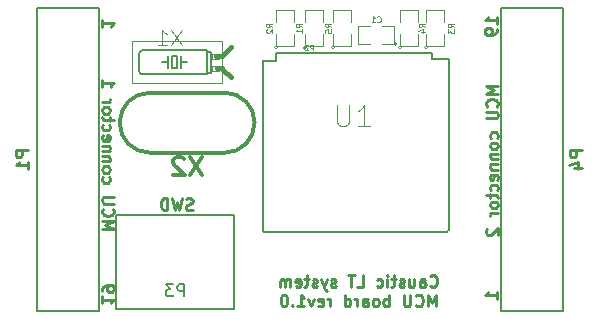
<source format=gbo>
G04 (created by PCBNEW (2013-may-18)-stable) date Ср 27 май 2015 10:34:21*
%MOIN*%
G04 Gerber Fmt 3.4, Leading zero omitted, Abs format*
%FSLAX34Y34*%
G01*
G70*
G90*
G04 APERTURE LIST*
%ADD10C,0.00590551*%
%ADD11C,0.00984252*%
%ADD12C,0.0039*%
%ADD13C,0.0125*%
%ADD14C,0.0026*%
%ADD15C,0.006*%
%ADD16C,0.016*%
%ADD17C,0.007*%
%ADD18C,0.0043*%
%ADD19C,0.01*%
%ADD20C,0.008*%
%ADD21C,0.0035*%
%ADD22C,0.012*%
%ADD23C,0.002*%
G04 APERTURE END LIST*
G54D10*
G54D11*
X40119Y-20832D02*
X39726Y-20832D01*
X40007Y-20963D01*
X39726Y-21094D01*
X40119Y-21094D01*
X40082Y-21507D02*
X40101Y-21488D01*
X40119Y-21432D01*
X40119Y-21394D01*
X40101Y-21338D01*
X40063Y-21301D01*
X40026Y-21282D01*
X39951Y-21263D01*
X39895Y-21263D01*
X39820Y-21282D01*
X39782Y-21301D01*
X39745Y-21338D01*
X39726Y-21394D01*
X39726Y-21432D01*
X39745Y-21488D01*
X39763Y-21507D01*
X39726Y-21676D02*
X40044Y-21676D01*
X40082Y-21694D01*
X40101Y-21713D01*
X40119Y-21751D01*
X40119Y-21826D01*
X40101Y-21863D01*
X40082Y-21882D01*
X40044Y-21901D01*
X39726Y-21901D01*
X40101Y-22557D02*
X40119Y-22519D01*
X40119Y-22444D01*
X40101Y-22407D01*
X40082Y-22388D01*
X40044Y-22369D01*
X39932Y-22369D01*
X39895Y-22388D01*
X39876Y-22407D01*
X39857Y-22444D01*
X39857Y-22519D01*
X39876Y-22557D01*
X40119Y-22782D02*
X40101Y-22744D01*
X40082Y-22725D01*
X40044Y-22707D01*
X39932Y-22707D01*
X39895Y-22725D01*
X39876Y-22744D01*
X39857Y-22782D01*
X39857Y-22838D01*
X39876Y-22875D01*
X39895Y-22894D01*
X39932Y-22913D01*
X40044Y-22913D01*
X40082Y-22894D01*
X40101Y-22875D01*
X40119Y-22838D01*
X40119Y-22782D01*
X39857Y-23082D02*
X40119Y-23082D01*
X39895Y-23082D02*
X39876Y-23100D01*
X39857Y-23138D01*
X39857Y-23194D01*
X39876Y-23232D01*
X39913Y-23250D01*
X40119Y-23250D01*
X39857Y-23438D02*
X40119Y-23438D01*
X39895Y-23438D02*
X39876Y-23457D01*
X39857Y-23494D01*
X39857Y-23550D01*
X39876Y-23588D01*
X39913Y-23607D01*
X40119Y-23607D01*
X40101Y-23944D02*
X40119Y-23907D01*
X40119Y-23832D01*
X40101Y-23794D01*
X40063Y-23775D01*
X39913Y-23775D01*
X39876Y-23794D01*
X39857Y-23832D01*
X39857Y-23907D01*
X39876Y-23944D01*
X39913Y-23963D01*
X39951Y-23963D01*
X39988Y-23775D01*
X40101Y-24300D02*
X40119Y-24263D01*
X40119Y-24188D01*
X40101Y-24150D01*
X40082Y-24131D01*
X40044Y-24113D01*
X39932Y-24113D01*
X39895Y-24131D01*
X39876Y-24150D01*
X39857Y-24188D01*
X39857Y-24263D01*
X39876Y-24300D01*
X39857Y-24413D02*
X39857Y-24563D01*
X39726Y-24469D02*
X40063Y-24469D01*
X40101Y-24488D01*
X40119Y-24525D01*
X40119Y-24563D01*
X40119Y-24750D02*
X40101Y-24713D01*
X40082Y-24694D01*
X40044Y-24675D01*
X39932Y-24675D01*
X39895Y-24694D01*
X39876Y-24713D01*
X39857Y-24750D01*
X39857Y-24806D01*
X39876Y-24844D01*
X39895Y-24863D01*
X39932Y-24881D01*
X40044Y-24881D01*
X40082Y-24863D01*
X40101Y-24844D01*
X40119Y-24806D01*
X40119Y-24750D01*
X40119Y-25050D02*
X39857Y-25050D01*
X39932Y-25050D02*
X39895Y-25069D01*
X39876Y-25088D01*
X39857Y-25125D01*
X39857Y-25163D01*
X39763Y-25575D02*
X39745Y-25594D01*
X39726Y-25631D01*
X39726Y-25725D01*
X39745Y-25763D01*
X39763Y-25781D01*
X39801Y-25800D01*
X39838Y-25800D01*
X39895Y-25781D01*
X40119Y-25556D01*
X40119Y-25800D01*
X26927Y-25584D02*
X27320Y-25584D01*
X27039Y-25453D01*
X27320Y-25322D01*
X26927Y-25322D01*
X26964Y-24910D02*
X26946Y-24928D01*
X26927Y-24985D01*
X26927Y-25022D01*
X26946Y-25078D01*
X26983Y-25116D01*
X27020Y-25134D01*
X27095Y-25153D01*
X27152Y-25153D01*
X27227Y-25134D01*
X27264Y-25116D01*
X27302Y-25078D01*
X27320Y-25022D01*
X27320Y-24985D01*
X27302Y-24928D01*
X27283Y-24910D01*
X27320Y-24741D02*
X27002Y-24741D01*
X26964Y-24722D01*
X26946Y-24703D01*
X26927Y-24666D01*
X26927Y-24591D01*
X26946Y-24553D01*
X26964Y-24535D01*
X27002Y-24516D01*
X27320Y-24516D01*
X26946Y-23860D02*
X26927Y-23897D01*
X26927Y-23972D01*
X26946Y-24010D01*
X26964Y-24028D01*
X27002Y-24047D01*
X27114Y-24047D01*
X27152Y-24028D01*
X27170Y-24010D01*
X27189Y-23972D01*
X27189Y-23897D01*
X27170Y-23860D01*
X26927Y-23635D02*
X26946Y-23672D01*
X26964Y-23691D01*
X27002Y-23710D01*
X27114Y-23710D01*
X27152Y-23691D01*
X27170Y-23672D01*
X27189Y-23635D01*
X27189Y-23578D01*
X27170Y-23541D01*
X27152Y-23522D01*
X27114Y-23503D01*
X27002Y-23503D01*
X26964Y-23522D01*
X26946Y-23541D01*
X26927Y-23578D01*
X26927Y-23635D01*
X27189Y-23335D02*
X26927Y-23335D01*
X27152Y-23335D02*
X27170Y-23316D01*
X27189Y-23278D01*
X27189Y-23222D01*
X27170Y-23185D01*
X27133Y-23166D01*
X26927Y-23166D01*
X27189Y-22979D02*
X26927Y-22979D01*
X27152Y-22979D02*
X27170Y-22960D01*
X27189Y-22922D01*
X27189Y-22866D01*
X27170Y-22829D01*
X27133Y-22810D01*
X26927Y-22810D01*
X26946Y-22472D02*
X26927Y-22510D01*
X26927Y-22585D01*
X26946Y-22622D01*
X26983Y-22641D01*
X27133Y-22641D01*
X27170Y-22622D01*
X27189Y-22585D01*
X27189Y-22510D01*
X27170Y-22472D01*
X27133Y-22454D01*
X27095Y-22454D01*
X27058Y-22641D01*
X26946Y-22116D02*
X26927Y-22154D01*
X26927Y-22229D01*
X26946Y-22266D01*
X26964Y-22285D01*
X27002Y-22304D01*
X27114Y-22304D01*
X27152Y-22285D01*
X27170Y-22266D01*
X27189Y-22229D01*
X27189Y-22154D01*
X27170Y-22116D01*
X27189Y-22004D02*
X27189Y-21854D01*
X27320Y-21947D02*
X26983Y-21947D01*
X26946Y-21929D01*
X26927Y-21891D01*
X26927Y-21854D01*
X26927Y-21666D02*
X26946Y-21704D01*
X26964Y-21722D01*
X27002Y-21741D01*
X27114Y-21741D01*
X27152Y-21722D01*
X27170Y-21704D01*
X27189Y-21666D01*
X27189Y-21610D01*
X27170Y-21572D01*
X27152Y-21554D01*
X27114Y-21535D01*
X27002Y-21535D01*
X26964Y-21554D01*
X26946Y-21572D01*
X26927Y-21610D01*
X26927Y-21666D01*
X26927Y-21366D02*
X27189Y-21366D01*
X27114Y-21366D02*
X27152Y-21347D01*
X27170Y-21329D01*
X27189Y-21291D01*
X27189Y-21254D01*
X26927Y-20616D02*
X26927Y-20841D01*
X26927Y-20729D02*
X27320Y-20729D01*
X27264Y-20766D01*
X27227Y-20804D01*
X27208Y-20841D01*
X40080Y-18743D02*
X40080Y-18518D01*
X40080Y-18631D02*
X39686Y-18631D01*
X39743Y-18593D01*
X39780Y-18556D01*
X39799Y-18518D01*
X40080Y-18931D02*
X40080Y-19006D01*
X40061Y-19043D01*
X40043Y-19062D01*
X39986Y-19100D01*
X39911Y-19118D01*
X39761Y-19118D01*
X39724Y-19100D01*
X39705Y-19081D01*
X39686Y-19043D01*
X39686Y-18968D01*
X39705Y-18931D01*
X39724Y-18912D01*
X39761Y-18893D01*
X39855Y-18893D01*
X39893Y-18912D01*
X39911Y-18931D01*
X39930Y-18968D01*
X39930Y-19043D01*
X39911Y-19081D01*
X39893Y-19100D01*
X39855Y-19118D01*
X40080Y-27907D02*
X40080Y-27682D01*
X40080Y-27795D02*
X39686Y-27795D01*
X39743Y-27757D01*
X39780Y-27720D01*
X39799Y-27682D01*
X26927Y-27830D02*
X26927Y-28055D01*
X26927Y-27943D02*
X27320Y-27943D01*
X27264Y-27980D01*
X27227Y-28018D01*
X27208Y-28055D01*
X26927Y-27643D02*
X26927Y-27568D01*
X26946Y-27530D01*
X26964Y-27512D01*
X27020Y-27474D01*
X27095Y-27455D01*
X27245Y-27455D01*
X27283Y-27474D01*
X27302Y-27493D01*
X27320Y-27530D01*
X27320Y-27605D01*
X27302Y-27643D01*
X27283Y-27662D01*
X27245Y-27680D01*
X27152Y-27680D01*
X27114Y-27662D01*
X27095Y-27643D01*
X27077Y-27605D01*
X27077Y-27530D01*
X27095Y-27493D01*
X27114Y-27474D01*
X27152Y-27455D01*
X26927Y-18627D02*
X26927Y-18852D01*
X26927Y-18740D02*
X27320Y-18740D01*
X27264Y-18777D01*
X27227Y-18815D01*
X27208Y-18852D01*
X29943Y-24943D02*
X29887Y-24962D01*
X29793Y-24962D01*
X29756Y-24943D01*
X29737Y-24925D01*
X29718Y-24887D01*
X29718Y-24850D01*
X29737Y-24812D01*
X29756Y-24793D01*
X29793Y-24775D01*
X29868Y-24756D01*
X29906Y-24737D01*
X29925Y-24718D01*
X29943Y-24681D01*
X29943Y-24643D01*
X29925Y-24606D01*
X29906Y-24587D01*
X29868Y-24568D01*
X29775Y-24568D01*
X29718Y-24587D01*
X29587Y-24568D02*
X29493Y-24962D01*
X29418Y-24681D01*
X29343Y-24962D01*
X29250Y-24568D01*
X29100Y-24962D02*
X29100Y-24568D01*
X29006Y-24568D01*
X28950Y-24587D01*
X28912Y-24625D01*
X28893Y-24662D01*
X28875Y-24737D01*
X28875Y-24793D01*
X28893Y-24868D01*
X28912Y-24906D01*
X28950Y-24943D01*
X29006Y-24962D01*
X29100Y-24962D01*
X37862Y-27484D02*
X37881Y-27502D01*
X37937Y-27521D01*
X37975Y-27521D01*
X38031Y-27502D01*
X38068Y-27465D01*
X38087Y-27427D01*
X38106Y-27352D01*
X38106Y-27296D01*
X38087Y-27221D01*
X38068Y-27184D01*
X38031Y-27146D01*
X37975Y-27127D01*
X37937Y-27127D01*
X37881Y-27146D01*
X37862Y-27165D01*
X37525Y-27521D02*
X37525Y-27315D01*
X37544Y-27277D01*
X37581Y-27259D01*
X37656Y-27259D01*
X37694Y-27277D01*
X37525Y-27502D02*
X37562Y-27521D01*
X37656Y-27521D01*
X37694Y-27502D01*
X37712Y-27465D01*
X37712Y-27427D01*
X37694Y-27390D01*
X37656Y-27371D01*
X37562Y-27371D01*
X37525Y-27352D01*
X37169Y-27259D02*
X37169Y-27521D01*
X37337Y-27259D02*
X37337Y-27465D01*
X37319Y-27502D01*
X37281Y-27521D01*
X37225Y-27521D01*
X37187Y-27502D01*
X37169Y-27484D01*
X37000Y-27502D02*
X36962Y-27521D01*
X36887Y-27521D01*
X36850Y-27502D01*
X36831Y-27465D01*
X36831Y-27446D01*
X36850Y-27409D01*
X36887Y-27390D01*
X36944Y-27390D01*
X36981Y-27371D01*
X37000Y-27334D01*
X37000Y-27315D01*
X36981Y-27277D01*
X36944Y-27259D01*
X36887Y-27259D01*
X36850Y-27277D01*
X36719Y-27259D02*
X36569Y-27259D01*
X36662Y-27127D02*
X36662Y-27465D01*
X36644Y-27502D01*
X36606Y-27521D01*
X36569Y-27521D01*
X36437Y-27521D02*
X36437Y-27259D01*
X36437Y-27127D02*
X36456Y-27146D01*
X36437Y-27165D01*
X36419Y-27146D01*
X36437Y-27127D01*
X36437Y-27165D01*
X36081Y-27502D02*
X36119Y-27521D01*
X36194Y-27521D01*
X36231Y-27502D01*
X36250Y-27484D01*
X36269Y-27446D01*
X36269Y-27334D01*
X36250Y-27296D01*
X36231Y-27277D01*
X36194Y-27259D01*
X36119Y-27259D01*
X36081Y-27277D01*
X35425Y-27521D02*
X35613Y-27521D01*
X35613Y-27127D01*
X35350Y-27127D02*
X35125Y-27127D01*
X35238Y-27521D02*
X35238Y-27127D01*
X34713Y-27502D02*
X34675Y-27521D01*
X34600Y-27521D01*
X34563Y-27502D01*
X34544Y-27465D01*
X34544Y-27446D01*
X34563Y-27409D01*
X34600Y-27390D01*
X34656Y-27390D01*
X34694Y-27371D01*
X34713Y-27334D01*
X34713Y-27315D01*
X34694Y-27277D01*
X34656Y-27259D01*
X34600Y-27259D01*
X34563Y-27277D01*
X34413Y-27259D02*
X34319Y-27521D01*
X34225Y-27259D02*
X34319Y-27521D01*
X34356Y-27615D01*
X34375Y-27634D01*
X34413Y-27652D01*
X34094Y-27502D02*
X34056Y-27521D01*
X33982Y-27521D01*
X33944Y-27502D01*
X33925Y-27465D01*
X33925Y-27446D01*
X33944Y-27409D01*
X33982Y-27390D01*
X34038Y-27390D01*
X34075Y-27371D01*
X34094Y-27334D01*
X34094Y-27315D01*
X34075Y-27277D01*
X34038Y-27259D01*
X33982Y-27259D01*
X33944Y-27277D01*
X33813Y-27259D02*
X33663Y-27259D01*
X33757Y-27127D02*
X33757Y-27465D01*
X33738Y-27502D01*
X33700Y-27521D01*
X33663Y-27521D01*
X33382Y-27502D02*
X33419Y-27521D01*
X33494Y-27521D01*
X33532Y-27502D01*
X33550Y-27465D01*
X33550Y-27315D01*
X33532Y-27277D01*
X33494Y-27259D01*
X33419Y-27259D01*
X33382Y-27277D01*
X33363Y-27315D01*
X33363Y-27352D01*
X33550Y-27390D01*
X33194Y-27521D02*
X33194Y-27259D01*
X33194Y-27296D02*
X33175Y-27277D01*
X33138Y-27259D01*
X33082Y-27259D01*
X33044Y-27277D01*
X33025Y-27315D01*
X33025Y-27521D01*
X33025Y-27315D02*
X33007Y-27277D01*
X32969Y-27259D01*
X32913Y-27259D01*
X32875Y-27277D01*
X32857Y-27315D01*
X32857Y-27521D01*
X38050Y-28171D02*
X38050Y-27777D01*
X37919Y-28058D01*
X37787Y-27777D01*
X37787Y-28171D01*
X37375Y-28133D02*
X37394Y-28152D01*
X37450Y-28171D01*
X37487Y-28171D01*
X37544Y-28152D01*
X37581Y-28114D01*
X37600Y-28077D01*
X37619Y-28002D01*
X37619Y-27946D01*
X37600Y-27871D01*
X37581Y-27833D01*
X37544Y-27796D01*
X37487Y-27777D01*
X37450Y-27777D01*
X37394Y-27796D01*
X37375Y-27814D01*
X37206Y-27777D02*
X37206Y-28096D01*
X37187Y-28133D01*
X37169Y-28152D01*
X37131Y-28171D01*
X37056Y-28171D01*
X37019Y-28152D01*
X37000Y-28133D01*
X36981Y-28096D01*
X36981Y-27777D01*
X36494Y-28171D02*
X36494Y-27777D01*
X36494Y-27927D02*
X36456Y-27908D01*
X36381Y-27908D01*
X36344Y-27927D01*
X36325Y-27946D01*
X36306Y-27983D01*
X36306Y-28096D01*
X36325Y-28133D01*
X36344Y-28152D01*
X36381Y-28171D01*
X36456Y-28171D01*
X36494Y-28152D01*
X36081Y-28171D02*
X36119Y-28152D01*
X36137Y-28133D01*
X36156Y-28096D01*
X36156Y-27983D01*
X36137Y-27946D01*
X36119Y-27927D01*
X36081Y-27908D01*
X36025Y-27908D01*
X35988Y-27927D01*
X35969Y-27946D01*
X35950Y-27983D01*
X35950Y-28096D01*
X35969Y-28133D01*
X35988Y-28152D01*
X36025Y-28171D01*
X36081Y-28171D01*
X35613Y-28171D02*
X35613Y-27964D01*
X35631Y-27927D01*
X35669Y-27908D01*
X35744Y-27908D01*
X35781Y-27927D01*
X35613Y-28152D02*
X35650Y-28171D01*
X35744Y-28171D01*
X35781Y-28152D01*
X35800Y-28114D01*
X35800Y-28077D01*
X35781Y-28039D01*
X35744Y-28021D01*
X35650Y-28021D01*
X35613Y-28002D01*
X35425Y-28171D02*
X35425Y-27908D01*
X35425Y-27983D02*
X35406Y-27946D01*
X35388Y-27927D01*
X35350Y-27908D01*
X35313Y-27908D01*
X35013Y-28171D02*
X35013Y-27777D01*
X35013Y-28152D02*
X35050Y-28171D01*
X35125Y-28171D01*
X35163Y-28152D01*
X35181Y-28133D01*
X35200Y-28096D01*
X35200Y-27983D01*
X35181Y-27946D01*
X35163Y-27927D01*
X35125Y-27908D01*
X35050Y-27908D01*
X35013Y-27927D01*
X34525Y-28171D02*
X34525Y-27908D01*
X34525Y-27983D02*
X34506Y-27946D01*
X34488Y-27927D01*
X34450Y-27908D01*
X34413Y-27908D01*
X34131Y-28152D02*
X34169Y-28171D01*
X34244Y-28171D01*
X34281Y-28152D01*
X34300Y-28114D01*
X34300Y-27964D01*
X34281Y-27927D01*
X34244Y-27908D01*
X34169Y-27908D01*
X34131Y-27927D01*
X34113Y-27964D01*
X34113Y-28002D01*
X34300Y-28039D01*
X33982Y-27908D02*
X33888Y-28171D01*
X33794Y-27908D01*
X33438Y-28171D02*
X33663Y-28171D01*
X33550Y-28171D02*
X33550Y-27777D01*
X33588Y-27833D01*
X33625Y-27871D01*
X33663Y-27889D01*
X33269Y-28133D02*
X33250Y-28152D01*
X33269Y-28171D01*
X33288Y-28152D01*
X33269Y-28133D01*
X33269Y-28171D01*
X33007Y-27777D02*
X32969Y-27777D01*
X32932Y-27796D01*
X32913Y-27814D01*
X32894Y-27852D01*
X32875Y-27927D01*
X32875Y-28021D01*
X32894Y-28096D01*
X32913Y-28133D01*
X32932Y-28152D01*
X32969Y-28171D01*
X33007Y-28171D01*
X33044Y-28152D01*
X33063Y-28133D01*
X33082Y-28096D01*
X33100Y-28021D01*
X33100Y-27927D01*
X33082Y-27852D01*
X33063Y-27814D01*
X33044Y-27796D01*
X33007Y-27777D01*
G54D12*
X34671Y-19547D02*
G75*
G03X34671Y-19547I-50J0D01*
G74*
G01*
X34621Y-19097D02*
X34621Y-19497D01*
X34621Y-19497D02*
X35221Y-19497D01*
X35221Y-19497D02*
X35221Y-19097D01*
X35221Y-18697D02*
X35221Y-18297D01*
X35221Y-18297D02*
X34621Y-18297D01*
X34621Y-18297D02*
X34621Y-18697D01*
X36915Y-19547D02*
G75*
G03X36915Y-19547I-50J0D01*
G74*
G01*
X36865Y-19097D02*
X36865Y-19497D01*
X36865Y-19497D02*
X37465Y-19497D01*
X37465Y-19497D02*
X37465Y-19097D01*
X37465Y-18697D02*
X37465Y-18297D01*
X37465Y-18297D02*
X36865Y-18297D01*
X36865Y-18297D02*
X36865Y-18697D01*
X37781Y-19547D02*
G75*
G03X37781Y-19547I-50J0D01*
G74*
G01*
X37731Y-19097D02*
X37731Y-19497D01*
X37731Y-19497D02*
X38331Y-19497D01*
X38331Y-19497D02*
X38331Y-19097D01*
X38331Y-18697D02*
X38331Y-18297D01*
X38331Y-18297D02*
X37731Y-18297D01*
X37731Y-18297D02*
X37731Y-18697D01*
X32781Y-19547D02*
G75*
G03X32781Y-19547I-50J0D01*
G74*
G01*
X32731Y-19097D02*
X32731Y-19497D01*
X32731Y-19497D02*
X33331Y-19497D01*
X33331Y-19497D02*
X33331Y-19097D01*
X33331Y-18697D02*
X33331Y-18297D01*
X33331Y-18297D02*
X32731Y-18297D01*
X32731Y-18297D02*
X32731Y-18697D01*
X33726Y-19547D02*
G75*
G03X33726Y-19547I-50J0D01*
G74*
G01*
X33676Y-19097D02*
X33676Y-19497D01*
X33676Y-19497D02*
X34276Y-19497D01*
X34276Y-19497D02*
X34276Y-19097D01*
X34276Y-18697D02*
X34276Y-18297D01*
X34276Y-18297D02*
X33676Y-18297D01*
X33676Y-18297D02*
X33676Y-18697D01*
X36762Y-19433D02*
G75*
G03X36762Y-19433I-50J0D01*
G74*
G01*
X36262Y-19433D02*
X36662Y-19433D01*
X36662Y-19433D02*
X36662Y-18833D01*
X36662Y-18833D02*
X36262Y-18833D01*
X35862Y-18833D02*
X35462Y-18833D01*
X35462Y-18833D02*
X35462Y-19433D01*
X35462Y-19433D02*
X35862Y-19433D01*
G54D10*
X24763Y-18228D02*
X24763Y-28307D01*
X24763Y-28307D02*
X26811Y-28307D01*
X26811Y-28307D02*
X26811Y-18228D01*
X26811Y-18228D02*
X24763Y-18228D01*
X42283Y-28307D02*
X42283Y-18228D01*
X42283Y-18228D02*
X40236Y-18228D01*
X40236Y-18228D02*
X40236Y-28307D01*
X40236Y-28307D02*
X42283Y-28307D01*
X27401Y-25118D02*
X31338Y-25118D01*
X31338Y-25118D02*
X31338Y-28267D01*
X31338Y-28267D02*
X27401Y-28267D01*
X27401Y-25118D02*
X27401Y-28267D01*
G54D13*
X28513Y-21047D02*
X31013Y-21047D01*
X28513Y-23047D02*
X31013Y-23047D01*
X32013Y-22047D02*
G75*
G02X31013Y-23047I-1000J0D01*
G74*
G01*
X31013Y-21047D02*
G75*
G02X32013Y-22047I0J-1000D01*
G74*
G01*
X28513Y-23047D02*
G75*
G02X27513Y-22047I0J1000D01*
G74*
G01*
X27513Y-22047D02*
G75*
G02X28513Y-21047I1000J0D01*
G74*
G01*
G54D14*
X30820Y-20159D02*
X30820Y-20319D01*
X30820Y-20319D02*
X30590Y-20319D01*
X30590Y-20159D02*
X30590Y-20319D01*
X30820Y-20159D02*
X30590Y-20159D01*
X30820Y-19759D02*
X30820Y-19919D01*
X30820Y-19919D02*
X30590Y-19919D01*
X30590Y-19759D02*
X30590Y-19919D01*
X30820Y-19759D02*
X30590Y-19759D01*
X30920Y-19339D02*
X30920Y-20739D01*
X30920Y-20739D02*
X27920Y-20739D01*
X27920Y-19339D02*
X27920Y-20739D01*
X30920Y-19339D02*
X27920Y-19339D01*
G54D15*
X30570Y-19689D02*
X30570Y-20389D01*
X28170Y-19739D02*
X28170Y-20339D01*
X30570Y-20389D02*
X30420Y-20389D01*
X30420Y-20439D02*
X28270Y-20439D01*
X30570Y-19689D02*
X30420Y-19689D01*
X30420Y-19639D02*
X30420Y-19689D01*
X30420Y-19639D02*
X28270Y-19639D01*
G54D16*
X30920Y-20239D02*
X30770Y-20239D01*
X30920Y-19839D02*
X30720Y-19839D01*
X30970Y-20289D02*
X31220Y-20539D01*
X30970Y-19789D02*
X31220Y-19539D01*
G54D15*
X29270Y-19839D02*
X29420Y-19839D01*
X29420Y-20239D02*
X29420Y-19839D01*
X29420Y-20239D02*
X29270Y-20239D01*
X29270Y-19839D02*
X29270Y-20239D01*
X29120Y-19839D02*
X29120Y-20039D01*
X29570Y-19839D02*
X29570Y-20039D01*
X29570Y-20039D02*
X29770Y-20039D01*
X29570Y-20039D02*
X29570Y-20239D01*
X29120Y-20039D02*
X28920Y-20039D01*
X29120Y-20039D02*
X29120Y-20239D01*
X30420Y-20439D02*
X30420Y-20389D01*
X30420Y-20389D02*
X30420Y-19689D01*
X28270Y-20439D02*
G75*
G02X28170Y-20339I0J100D01*
G74*
G01*
X28170Y-19739D02*
G75*
G02X28270Y-19639I100J0D01*
G74*
G01*
G54D10*
X38439Y-25696D02*
X32339Y-25696D01*
X32739Y-19996D02*
X32339Y-19996D01*
G54D17*
X38489Y-20756D02*
X38489Y-25616D01*
X38489Y-25616D02*
X38439Y-25666D01*
X32299Y-25666D02*
X32299Y-19956D01*
X32709Y-19956D02*
X32709Y-19726D01*
X32709Y-19726D02*
X37939Y-19726D01*
X37939Y-19726D02*
X37939Y-19936D01*
X37939Y-19936D02*
X38499Y-19936D01*
X38499Y-19936D02*
X38499Y-20786D01*
G54D18*
X34567Y-18864D02*
X34474Y-18799D01*
X34567Y-18752D02*
X34370Y-18752D01*
X34370Y-18827D01*
X34380Y-18846D01*
X34389Y-18855D01*
X34408Y-18864D01*
X34436Y-18864D01*
X34455Y-18855D01*
X34464Y-18846D01*
X34474Y-18827D01*
X34474Y-18752D01*
X34370Y-19043D02*
X34370Y-18949D01*
X34464Y-18939D01*
X34455Y-18949D01*
X34445Y-18967D01*
X34445Y-19014D01*
X34455Y-19033D01*
X34464Y-19043D01*
X34483Y-19052D01*
X34530Y-19052D01*
X34549Y-19043D01*
X34558Y-19033D01*
X34567Y-19014D01*
X34567Y-18967D01*
X34558Y-18949D01*
X34549Y-18939D01*
X37678Y-18864D02*
X37584Y-18799D01*
X37678Y-18752D02*
X37481Y-18752D01*
X37481Y-18827D01*
X37490Y-18846D01*
X37499Y-18855D01*
X37518Y-18864D01*
X37546Y-18864D01*
X37565Y-18855D01*
X37574Y-18846D01*
X37584Y-18827D01*
X37584Y-18752D01*
X37546Y-19033D02*
X37678Y-19033D01*
X37471Y-18986D02*
X37612Y-18939D01*
X37612Y-19061D01*
X38662Y-18864D02*
X38568Y-18799D01*
X38662Y-18752D02*
X38465Y-18752D01*
X38465Y-18827D01*
X38474Y-18846D01*
X38484Y-18855D01*
X38502Y-18864D01*
X38531Y-18864D01*
X38549Y-18855D01*
X38559Y-18846D01*
X38568Y-18827D01*
X38568Y-18752D01*
X38465Y-18930D02*
X38465Y-19052D01*
X38540Y-18986D01*
X38540Y-19014D01*
X38549Y-19033D01*
X38559Y-19043D01*
X38577Y-19052D01*
X38624Y-19052D01*
X38643Y-19043D01*
X38653Y-19033D01*
X38662Y-19014D01*
X38662Y-18958D01*
X38653Y-18939D01*
X38643Y-18930D01*
X32599Y-18864D02*
X32505Y-18799D01*
X32599Y-18752D02*
X32402Y-18752D01*
X32402Y-18827D01*
X32411Y-18846D01*
X32421Y-18855D01*
X32439Y-18864D01*
X32468Y-18864D01*
X32486Y-18855D01*
X32496Y-18846D01*
X32505Y-18827D01*
X32505Y-18752D01*
X32421Y-18939D02*
X32411Y-18949D01*
X32402Y-18967D01*
X32402Y-19014D01*
X32411Y-19033D01*
X32421Y-19043D01*
X32439Y-19052D01*
X32458Y-19052D01*
X32486Y-19043D01*
X32599Y-18930D01*
X32599Y-19052D01*
X33583Y-18864D02*
X33489Y-18799D01*
X33583Y-18752D02*
X33386Y-18752D01*
X33386Y-18827D01*
X33396Y-18846D01*
X33405Y-18855D01*
X33424Y-18864D01*
X33452Y-18864D01*
X33471Y-18855D01*
X33480Y-18846D01*
X33489Y-18827D01*
X33489Y-18752D01*
X33583Y-19052D02*
X33583Y-18939D01*
X33583Y-18996D02*
X33386Y-18996D01*
X33414Y-18977D01*
X33433Y-18958D01*
X33442Y-18939D01*
X36095Y-18683D02*
X36105Y-18692D01*
X36133Y-18701D01*
X36152Y-18701D01*
X36180Y-18692D01*
X36199Y-18673D01*
X36208Y-18654D01*
X36217Y-18617D01*
X36217Y-18589D01*
X36208Y-18551D01*
X36199Y-18532D01*
X36180Y-18514D01*
X36152Y-18504D01*
X36133Y-18504D01*
X36105Y-18514D01*
X36095Y-18523D01*
X35908Y-18701D02*
X36020Y-18701D01*
X35964Y-18701D02*
X35964Y-18504D01*
X35983Y-18532D01*
X36002Y-18551D01*
X36020Y-18561D01*
G54D19*
X24449Y-22972D02*
X24049Y-22972D01*
X24049Y-23124D01*
X24068Y-23162D01*
X24087Y-23182D01*
X24125Y-23201D01*
X24182Y-23201D01*
X24220Y-23182D01*
X24239Y-23162D01*
X24258Y-23124D01*
X24258Y-22972D01*
X24449Y-23582D02*
X24449Y-23353D01*
X24449Y-23467D02*
X24049Y-23467D01*
X24106Y-23429D01*
X24144Y-23391D01*
X24163Y-23353D01*
X42921Y-22972D02*
X42521Y-22972D01*
X42521Y-23124D01*
X42540Y-23162D01*
X42559Y-23182D01*
X42597Y-23201D01*
X42655Y-23201D01*
X42693Y-23182D01*
X42712Y-23162D01*
X42731Y-23124D01*
X42731Y-22972D01*
X42655Y-23543D02*
X42921Y-23543D01*
X42502Y-23448D02*
X42788Y-23353D01*
X42788Y-23601D01*
G54D20*
X29665Y-27839D02*
X29665Y-27439D01*
X29512Y-27439D01*
X29474Y-27458D01*
X29455Y-27477D01*
X29436Y-27515D01*
X29436Y-27572D01*
X29455Y-27610D01*
X29474Y-27629D01*
X29512Y-27648D01*
X29665Y-27648D01*
X29303Y-27439D02*
X29055Y-27439D01*
X29189Y-27591D01*
X29131Y-27591D01*
X29093Y-27610D01*
X29074Y-27629D01*
X29055Y-27667D01*
X29055Y-27762D01*
X29074Y-27800D01*
X29093Y-27820D01*
X29131Y-27839D01*
X29246Y-27839D01*
X29284Y-27820D01*
X29303Y-27800D01*
G54D21*
X34742Y-21442D02*
X34742Y-22009D01*
X34775Y-22075D01*
X34808Y-22109D01*
X34875Y-22142D01*
X35008Y-22142D01*
X35075Y-22109D01*
X35108Y-22075D01*
X35142Y-22009D01*
X35142Y-21442D01*
X35842Y-22142D02*
X35442Y-22142D01*
X35642Y-22142D02*
X35642Y-21442D01*
X35575Y-21542D01*
X35508Y-21609D01*
X35442Y-21642D01*
G54D22*
X30249Y-23190D02*
X29849Y-23790D01*
X29849Y-23190D02*
X30249Y-23790D01*
X29649Y-23247D02*
X29620Y-23218D01*
X29563Y-23190D01*
X29420Y-23190D01*
X29363Y-23218D01*
X29335Y-23247D01*
X29306Y-23304D01*
X29306Y-23361D01*
X29335Y-23447D01*
X29678Y-23790D01*
X29306Y-23790D01*
G54D21*
X29575Y-18941D02*
X29241Y-19441D01*
X29241Y-18941D02*
X29575Y-19441D01*
X28789Y-19441D02*
X29075Y-19441D01*
X28932Y-19441D02*
X28932Y-18941D01*
X28979Y-19013D01*
X29027Y-19060D01*
X29075Y-19084D01*
G54D23*
X33945Y-19620D02*
X33945Y-19463D01*
X33885Y-19463D01*
X33870Y-19470D01*
X33863Y-19478D01*
X33855Y-19493D01*
X33855Y-19515D01*
X33863Y-19530D01*
X33870Y-19538D01*
X33885Y-19545D01*
X33945Y-19545D01*
X33795Y-19478D02*
X33788Y-19470D01*
X33773Y-19463D01*
X33735Y-19463D01*
X33720Y-19470D01*
X33713Y-19478D01*
X33706Y-19493D01*
X33706Y-19508D01*
X33713Y-19530D01*
X33803Y-19620D01*
X33706Y-19620D01*
M02*

</source>
